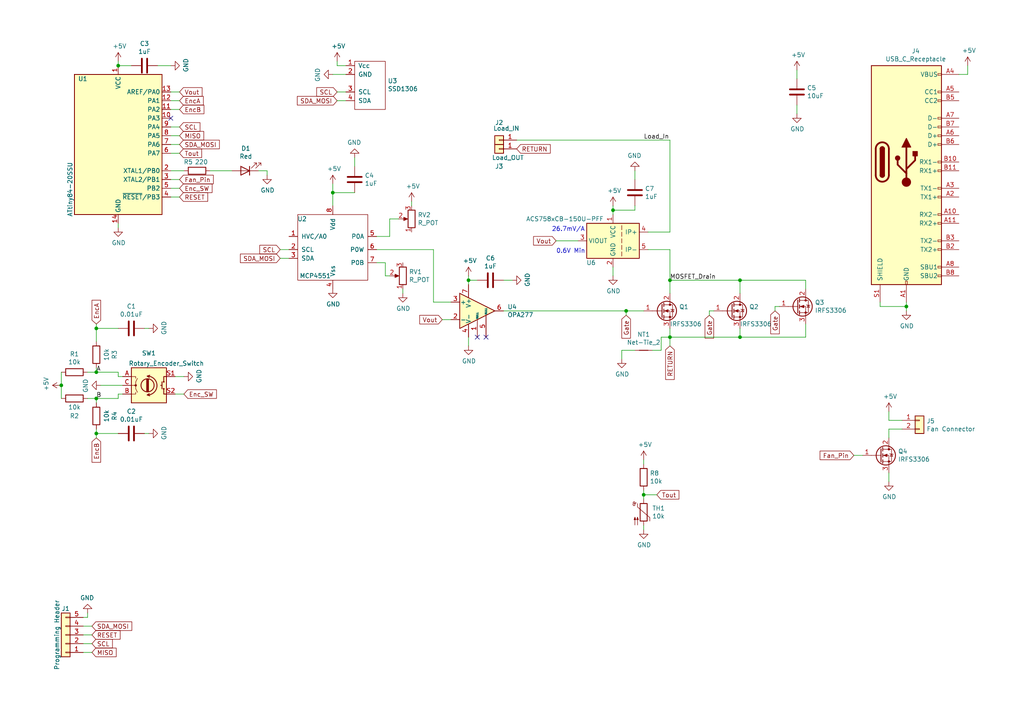
<source format=kicad_sch>
(kicad_sch (version 20220622) (generator eeschema)
  (paper "A4")
  (lib_symbols
    (symbol "Amplifier_Operational:LM741" (pin_names (offset 0.127))
      (property "Reference" "U" (at 0 6.35 0))
      (property "Value" "LM741" (at 0 3.81 0))
      (symbol "LM741_0_1"
        (polyline (pts (xy -5.08 5.08) (xy 5.08 0) (xy -5.08 -5.08) (xy -5.08 5.08)) (stroke (width 0.254)) (fill (type background)))
      )
      (symbol "LM741_1_1"
        (pin input line (at 0 -7.62 90) (length 5.08) (name "NULL") (number "1"))
        (pin input line (at -7.62 -2.54 0) (length 2.54) (name "-") (number "2"))
        (pin input line (at -7.62 2.54 0) (length 2.54) (name "+") (number "3"))
        (pin power_in line (at -2.54 -7.62 90) (length 3.81) (name "V-") (number "4"))
        (pin input line (at 2.54 -7.62 90) (length 6.35) (name "NULL") (number "5"))
        (pin output line (at 7.62 0 180) (length 2.54) (name "~") (number "6"))
        (pin power_in line (at -2.54 7.62 270) (length 3.81) (name "V+") (number "7"))
        (pin no_connect line (at 0 2.54 270) (length 2.54) hide (name "NC") (number "8"))
      )
    )
    (symbol "Connector:USB_C_Receptacle" (pin_names (offset 1.016))
      (property "Reference" "J" (at -10.16 29.21 0))
      (property "Value" "USB_C_Receptacle" (at 10.16 29.21 0))
      (symbol "USB_C_Receptacle_0_0"
        (rectangle (start -0.254 -35.56) (end 0.254 -34.544))
        (rectangle (start 10.16 -32.766) (end 9.144 -33.274))
        (rectangle (start 10.16 -30.226) (end 9.144 -30.734))
        (rectangle (start 10.16 -25.146) (end 9.144 -25.654))
        (rectangle (start 10.16 -22.606) (end 9.144 -23.114))
        (rectangle (start 10.16 -17.526) (end 9.144 -18.034))
        (rectangle (start 10.16 -14.986) (end 9.144 -15.494))
        (rectangle (start 10.16 -9.906) (end 9.144 -10.414))
        (rectangle (start 10.16 -7.366) (end 9.144 -7.874))
        (rectangle (start 10.16 -2.286) (end 9.144 -2.794))
        (rectangle (start 10.16 0.254) (end 9.144 -0.254))
        (rectangle (start 10.16 5.334) (end 9.144 4.826))
        (rectangle (start 10.16 7.874) (end 9.144 7.366))
        (rectangle (start 10.16 10.414) (end 9.144 9.906))
        (rectangle (start 10.16 12.954) (end 9.144 12.446))
        (rectangle (start 10.16 18.034) (end 9.144 17.526))
        (rectangle (start 10.16 20.574) (end 9.144 20.066))
        (rectangle (start 10.16 25.654) (end 9.144 25.146))
      )
      (symbol "USB_C_Receptacle_0_1"
        (rectangle (start -10.16 27.94) (end 10.16 -35.56) (stroke (width 0.254)) (fill (type background)))
        (arc (start -8.89 -3.81) (mid -6.985 -5.715) (end -5.08 -3.81) (stroke (width 0.508)))
        (arc (start -7.62 -3.81) (mid -6.985 -4.445) (end -6.35 -3.81) (stroke (width 0.254)))
        (arc (start -7.62 -3.81) (mid -6.985 -4.445) (end -6.35 -3.81) (stroke (width 0.254)) (fill (type outline)))
        (rectangle (start -7.62 -3.81) (end -6.35 3.81) (stroke (width 0.254)) (fill (type outline)))
        (arc (start -6.35 3.81) (mid -6.985 4.445) (end -7.62 3.81) (stroke (width 0.254)))
        (arc (start -6.35 3.81) (mid -6.985 4.445) (end -7.62 3.81) (stroke (width 0.254)) (fill (type outline)))
        (arc (start -5.08 3.81) (mid -6.985 5.715) (end -8.89 3.81) (stroke (width 0.508)))
        (polyline (pts (xy -8.89 -3.81) (xy -8.89 3.81)) (stroke (width 0.508)))
        (polyline (pts (xy -5.08 3.81) (xy -5.08 -3.81)) (stroke (width 0.508)))
      )
      (symbol "USB_C_Receptacle_1_1"
        (circle (center -2.54 1.143) (radius 0.635) (stroke (width 0.254)) (fill (type outline)))
        (circle (center 0 -5.842) (radius 1.27) (fill (type outline)))
        (polyline (pts (xy 0 -5.842) (xy 0 4.318)) (stroke (width 0.508)))
        (polyline (pts (xy 0 -3.302) (xy -2.54 -0.762) (xy -2.54 0.508)) (stroke (width 0.508)))
        (polyline (pts (xy 0 -2.032) (xy 2.54 0.508) (xy 2.54 1.778)) (stroke (width 0.508)))
        (polyline (pts (xy -1.27 4.318) (xy 0 6.858) (xy 1.27 4.318) (xy -1.27 4.318)) (stroke (width 0.254)) (fill (type outline)))
        (rectangle (start 1.905 1.778) (end 3.175 3.048) (stroke (width 0.254)) (fill (type outline)))
        (pin passive line (at 0 -40.64 90) (length 5.08) (name "GND") (number "A1"))
        (pin bidirectional line (at 15.24 -15.24 180) (length 5.08) (name "RX2-") (number "A10"))
        (pin bidirectional line (at 15.24 -17.78 180) (length 5.08) (name "RX2+") (number "A11"))
        (pin passive line (at 0 -40.64 90) (length 5.08) hide (name "GND") (number "A12"))
        (pin bidirectional line (at 15.24 -10.16 180) (length 5.08) (name "TX1+") (number "A2"))
        (pin bidirectional line (at 15.24 -7.62 180) (length 5.08) (name "TX1-") (number "A3"))
        (pin passive line (at 15.24 25.4 180) (length 5.08) (name "VBUS") (number "A4"))
        (pin bidirectional line (at 15.24 20.32 180) (length 5.08) (name "CC1") (number "A5"))
        (pin bidirectional line (at 15.24 7.62 180) (length 5.08) (name "D+") (number "A6"))
        (pin bidirectional line (at 15.24 12.7 180) (length 5.08) (name "D-") (number "A7"))
        (pin bidirectional line (at 15.24 -30.48 180) (length 5.08) (name "SBU1") (number "A8"))
        (pin passive line (at 15.24 25.4 180) (length 5.08) hide (name "VBUS") (number "A9"))
        (pin passive line (at 0 -40.64 90) (length 5.08) hide (name "GND") (number "B1"))
        (pin bidirectional line (at 15.24 0 180) (length 5.08) (name "RX1-") (number "B10"))
        (pin bidirectional line (at 15.24 -2.54 180) (length 5.08) (name "RX1+") (number "B11"))
        (pin passive line (at 0 -40.64 90) (length 5.08) hide (name "GND") (number "B12"))
        (pin bidirectional line (at 15.24 -25.4 180) (length 5.08) (name "TX2+") (number "B2"))
        (pin bidirectional line (at 15.24 -22.86 180) (length 5.08) (name "TX2-") (number "B3"))
        (pin passive line (at 15.24 25.4 180) (length 5.08) hide (name "VBUS") (number "B4"))
        (pin bidirectional line (at 15.24 17.78 180) (length 5.08) (name "CC2") (number "B5"))
        (pin bidirectional line (at 15.24 5.08 180) (length 5.08) (name "D+") (number "B6"))
        (pin bidirectional line (at 15.24 10.16 180) (length 5.08) (name "D-") (number "B7"))
        (pin bidirectional line (at 15.24 -33.02 180) (length 5.08) (name "SBU2") (number "B8"))
        (pin passive line (at 15.24 25.4 180) (length 5.08) hide (name "VBUS") (number "B9"))
        (pin passive line (at -7.62 -40.64 90) (length 5.08) (name "SHIELD") (number "S1"))
      )
    )
    (symbol "Connector_Generic:Conn_01x01" (pin_names (offset 1.016) hide)
      (property "Reference" "J" (at 0 2.54 0))
      (property "Value" "Conn_01x01" (at 0 -2.54 0))
      (symbol "Conn_01x01_1_1"
        (rectangle (start -1.27 0.127) (end 0 -0.127) (stroke (width 0.1524)))
        (rectangle (start -1.27 1.27) (end 1.27 -1.27) (stroke (width 0.254)) (fill (type background)))
        (pin passive line (at -5.08 0 0) (length 3.81) (name "Pin_1") (number "1"))
      )
    )
    (symbol "Connector_Generic:Conn_01x02" (pin_names (offset 1.016) hide)
      (property "Reference" "J" (at 0 2.54 0))
      (property "Value" "Conn_01x02" (at 0 -5.08 0))
      (symbol "Conn_01x02_1_1"
        (rectangle (start -1.27 -2.413) (end 0 -2.667) (stroke (width 0.1524)))
        (rectangle (start -1.27 0.127) (end 0 -0.127) (stroke (width 0.1524)))
        (rectangle (start -1.27 1.27) (end 1.27 -3.81) (stroke (width 0.254)) (fill (type background)))
        (pin passive line (at -5.08 0 0) (length 3.81) (name "Pin_1") (number "1"))
        (pin passive line (at -5.08 -2.54 0) (length 3.81) (name "Pin_2") (number "2"))
      )
    )
    (symbol "Connector_Generic:Conn_01x05" (pin_names (offset 1.016) hide)
      (property "Reference" "J" (at 0 7.62 0))
      (property "Value" "Conn_01x05" (at 0 -7.62 0))
      (symbol "Conn_01x05_1_1"
        (rectangle (start -1.27 -4.953) (end 0 -5.207) (stroke (width 0.1524)))
        (rectangle (start -1.27 -2.413) (end 0 -2.667) (stroke (width 0.1524)))
        (rectangle (start -1.27 0.127) (end 0 -0.127) (stroke (width 0.1524)))
        (rectangle (start -1.27 2.667) (end 0 2.413) (stroke (width 0.1524)))
        (rectangle (start -1.27 5.207) (end 0 4.953) (stroke (width 0.1524)))
        (rectangle (start -1.27 6.35) (end 1.27 -6.35) (stroke (width 0.254)) (fill (type background)))
        (pin passive line (at -5.08 5.08 0) (length 3.81) (name "Pin_1") (number "1"))
        (pin passive line (at -5.08 2.54 0) (length 3.81) (name "Pin_2") (number "2"))
        (pin passive line (at -5.08 0 0) (length 3.81) (name "Pin_3") (number "3"))
        (pin passive line (at -5.08 -2.54 0) (length 3.81) (name "Pin_4") (number "4"))
        (pin passive line (at -5.08 -5.08 0) (length 3.81) (name "Pin_5") (number "5"))
      )
    )
    (symbol "Device:C" (pin_numbers hide) (pin_names (offset 0.254))
      (property "Reference" "C" (at 0.635 2.54 0))
      (property "Value" "C" (at 0.635 -2.54 0))
      (symbol "C_0_1"
        (polyline (pts (xy -2.032 -0.762) (xy 2.032 -0.762)) (stroke (width 0.508)))
        (polyline (pts (xy -2.032 0.762) (xy 2.032 0.762)) (stroke (width 0.508)))
      )
      (symbol "C_1_1"
        (pin passive line (at 0 3.81 270) (length 2.794) (name "~") (number "1"))
        (pin passive line (at 0 -3.81 90) (length 2.794) (name "~") (number "2"))
      )
    )
    (symbol "Device:LED" (pin_numbers hide) (pin_names (offset 1.016) hide)
      (property "Reference" "D" (at 0 2.54 0))
      (property "Value" "LED" (at 0 -2.54 0))
      (symbol "LED_0_1"
        (polyline (pts (xy -1.27 -1.27) (xy -1.27 1.27)) (stroke (width 0.254)))
        (polyline (pts (xy -1.27 0) (xy 1.27 0)))
        (polyline (pts (xy 1.27 -1.27) (xy 1.27 1.27) (xy -1.27 0) (xy 1.27 -1.27)) (stroke (width 0.254)))
        (polyline (pts (xy -3.048 -0.762) (xy -4.572 -2.286) (xy -3.81 -2.286) (xy -4.572 -2.286) (xy -4.572 -1.524)))
        (polyline (pts (xy -1.778 -0.762) (xy -3.302 -2.286) (xy -2.54 -2.286) (xy -3.302 -2.286) (xy -3.302 -1.524)))
      )
      (symbol "LED_1_1"
        (pin passive line (at -3.81 0 0) (length 2.54) (name "K") (number "1"))
        (pin passive line (at 3.81 0 180) (length 2.54) (name "A") (number "2"))
      )
    )
    (symbol "Device:R" (pin_numbers hide) (pin_names (offset 0))
      (property "Reference" "R" (at 2.032 0 90))
      (property "Value" "R" (at 0 0 90))
      (symbol "R_0_1"
        (rectangle (start -1.016 -2.54) (end 1.016 2.54) (stroke (width 0.254)))
      )
      (symbol "R_1_1"
        (pin passive line (at 0 3.81 270) (length 1.27) (name "~") (number "1"))
        (pin passive line (at 0 -3.81 90) (length 1.27) (name "~") (number "2"))
      )
    )
    (symbol "Device:Thermistor_PTC" (pin_numbers hide) (pin_names (offset 0))
      (property "Reference" "TH" (at -4.064 0 90))
      (property "Value" "Thermistor_PTC" (at 3.048 0 90))
      (symbol "Thermistor_PTC_0_1"
        (arc (start -3.048 2.159) (mid -3.0495 2.3143) (end -3.175 2.413))
        (arc (start -3.048 2.159) (mid -2.9736 1.9794) (end -2.794 1.905))
        (arc (start -3.048 2.794) (mid -2.9736 2.6144) (end -2.794 2.54))
        (arc (start -2.794 1.905) (mid -2.6144 1.9794) (end -2.54 2.159))
        (arc (start -2.794 2.54) (mid -2.4393 2.5587) (end -2.159 2.794))
        (arc (start -2.794 3.048) (mid -2.9736 2.9736) (end -3.048 2.794))
        (arc (start -2.54 2.794) (mid -2.6144 2.9736) (end -2.794 3.048))
        (rectangle (start -1.016 2.54) (end 1.016 -2.54) (stroke (width 0.254)))
        (polyline (pts (xy -2.54 2.159) (xy -2.54 2.794)))
        (polyline (pts (xy -1.778 2.54) (xy -1.778 1.524) (xy 1.778 -1.524) (xy 1.778 -2.54)))
        (polyline (pts (xy -2.54 -3.683) (xy -2.54 -1.397) (xy -2.794 -2.159) (xy -2.286 -2.159) (xy -2.54 -1.397) (xy -2.54 -1.651)) (fill (type outline)))
        (polyline (pts (xy -1.778 -3.683) (xy -1.778 -1.397) (xy -2.032 -2.159) (xy -1.524 -2.159) (xy -1.778 -1.397) (xy -1.778 -1.651)) (fill (type outline)))
      )
      (symbol "Thermistor_PTC_1_1"
        (pin passive line (at 0 3.81 270) (length 1.27) (name "~") (number "1"))
        (pin passive line (at 0 -3.81 90) (length 1.27) (name "~") (number "2"))
      )
    )
    (symbol "Electronic Load:MCP4551" (pin_names (offset 1.016))
      (property "Reference" "U" (at -5.08 -2.54 0))
      (property "Value" "MCP4551" (at 3.81 -11.43 0))
      (symbol "MCP4551_0_1"
        (rectangle (start -6.35 -1.27) (end 13.97 -20.32))
      )
      (symbol "MCP4551_1_1"
        (pin input line (at -8.89 -7.62 0) (length 2.54) (name "HVC/A0") (number "1"))
        (pin open_collector line (at -8.89 -11.43 0) (length 2.54) (name "SCL") (number "2"))
        (pin open_collector line (at -8.89 -13.97 0) (length 2.54) (name "SDA") (number "3"))
        (pin power_in line (at 3.81 -22.86 90) (length 2.54) (name "Vss") (number "4"))
        (pin power_in line (at 16.51 -7.62 180) (length 2.54) (name "P0A") (number "5"))
        (pin output line (at 16.51 -11.43 180) (length 2.54) (name "P0W") (number "6"))
        (pin power_in line (at 16.51 -15.24 180) (length 2.54) (name "P0B") (number "7"))
        (pin power_in line (at 3.81 1.27 270) (length 2.54) (name "Vdd") (number "8"))
      )
    )
    (symbol "Electronic Load:SSD1306" (pin_names (offset 1.016))
      (property "Reference" "U" (at 0 0 0))
      (property "Value" "SSD1306" (at 0 -2.54 0))
      (symbol "SSD1306_0_1"
        (rectangle (start -3.81 -5.08) (end 5.08 -19.05))
      )
      (symbol "SSD1306_1_1"
        (pin power_in line (at -6.35 -6.35 0) (length 2.54) (name "Vcc") (number "1"))
        (pin power_in line (at -6.35 -8.89 0) (length 2.54) (name "GND") (number "2"))
        (pin open_collector line (at -6.35 -13.97 0) (length 2.54) (name "SCL") (number "3"))
        (pin open_collector line (at -6.35 -16.51 0) (length 2.54) (name "SDA") (number "4"))
      )
    )
    (symbol "Electronic-Load-rescue:ATtiny84-20SSU-MCU_Microchip_ATtiny"
      (property "Reference" "U" (at -12.7 21.59 0))
      (property "Value" "ATtiny84-20SSU-MCU_Microchip_ATtiny" (at 2.54 -21.59 0))
      (symbol "ATtiny84-20SSU-MCU_Microchip_ATtiny_0_1"
        (rectangle (start -12.7 -20.32) (end 12.7 20.32) (stroke (width 0.254)) (fill (type background)))
      )
      (symbol "ATtiny84-20SSU-MCU_Microchip_ATtiny_1_1"
        (pin power_in line (at 0 22.86 270) (length 2.54) (name "VCC") (number "1"))
        (pin bidirectional line (at 15.24 7.62 180) (length 2.54) (name "PA3") (number "10"))
        (pin bidirectional line (at 15.24 10.16 180) (length 2.54) (name "PA2") (number "11"))
        (pin bidirectional line (at 15.24 12.7 180) (length 2.54) (name "PA1") (number "12"))
        (pin bidirectional line (at 15.24 15.24 180) (length 2.54) (name "AREF/PA0") (number "13"))
        (pin power_in line (at 0 -22.86 90) (length 2.54) (name "GND") (number "14"))
        (pin bidirectional line (at 15.24 -7.62 180) (length 2.54) (name "XTAL1/PB0") (number "2"))
        (pin bidirectional line (at 15.24 -10.16 180) (length 2.54) (name "XTAL2/PB1") (number "3"))
        (pin bidirectional line (at 15.24 -15.24 180) (length 2.54) (name "~{RESET}/PB3") (number "4"))
        (pin bidirectional line (at 15.24 -12.7 180) (length 2.54) (name "PB2") (number "5"))
        (pin bidirectional line (at 15.24 -2.54 180) (length 2.54) (name "PA7") (number "6"))
        (pin bidirectional line (at 15.24 0 180) (length 2.54) (name "PA6") (number "7"))
        (pin bidirectional line (at 15.24 2.54 180) (length 2.54) (name "PA5") (number "8"))
        (pin bidirectional line (at 15.24 5.08 180) (length 2.54) (name "PA4") (number "9"))
      )
    )
    (symbol "Electronic-Load-rescue:Net-Tie_2-Device" (pin_numbers hide) (pin_names (offset 0) hide)
      (property "Reference" "NT" (at 0 1.27 0))
      (property "Value" "Net-Tie_2-Device" (at 0 -1.27 0))
      (symbol "Net-Tie_2-Device_0_1"
        (polyline (pts (xy -1.27 0) (xy 1.27 0)) (stroke (width 0.254)))
      )
      (symbol "Net-Tie_2-Device_1_1"
        (pin passive line (at -2.54 0 0) (length 2.54) (name "1") (number "1"))
        (pin passive line (at 2.54 0 180) (length 2.54) (name "2") (number "2"))
      )
    )
    (symbol "Electronic-Load-rescue:R_POT-Device" (pin_names (offset 1.016) hide)
      (property "Reference" "RV" (at -4.445 0 90))
      (property "Value" "R_POT-Device" (at -2.54 0 90))
      (symbol "R_POT-Device_0_1"
        (polyline (pts (xy 2.54 0) (xy 1.524 0)))
        (polyline (pts (xy 1.143 0) (xy 2.286 0.508) (xy 2.286 -0.508) (xy 1.143 0)) (fill (type outline)))
        (rectangle (start 1.016 2.54) (end -1.016 -2.54) (stroke (width 0.254)))
      )
      (symbol "R_POT-Device_1_1"
        (pin passive line (at 0 3.81 270) (length 1.27) (name "1") (number "1"))
        (pin passive line (at 3.81 0 180) (length 1.27) (name "2") (number "2"))
        (pin passive line (at 0 -3.81 90) (length 1.27) (name "3") (number "3"))
      )
    )
    (symbol "Electronic-Load-rescue:Rotary_Encoder_Switch-Device" (pin_names (offset 0.254) hide)
      (property "Reference" "SW" (at 0 6.604 0))
      (property "Value" "Rotary_Encoder_Switch-Device" (at 0 -6.604 0))
      (symbol "Rotary_Encoder_Switch-Device_0_1"
        (rectangle (start -5.08 5.08) (end 5.08 -5.08) (stroke (width 0.254)) (fill (type background)))
        (circle (center -3.81 0) (radius 0.254) (fill (type outline)))
        (arc (start -0.381 -2.794) (mid 2.3376 -0.0635) (end -0.381 2.667) (stroke (width 0.254)))
        (circle (center -0.381 0) (radius 1.905) (stroke (width 0.254)))
        (polyline (pts (xy -0.635 -1.778) (xy -0.635 1.778)) (stroke (width 0.254)))
        (polyline (pts (xy -0.381 -1.778) (xy -0.381 1.778)) (stroke (width 0.254)))
        (polyline (pts (xy -0.127 1.778) (xy -0.127 -1.778)) (stroke (width 0.254)))
        (polyline (pts (xy 3.81 0) (xy 3.429 0)) (stroke (width 0.254)))
        (polyline (pts (xy 3.81 1.016) (xy 3.81 -1.016)) (stroke (width 0.254)))
        (polyline (pts (xy -5.08 -2.54) (xy -3.81 -2.54) (xy -3.81 -2.032)))
        (polyline (pts (xy -5.08 2.54) (xy -3.81 2.54) (xy -3.81 2.032)))
        (polyline (pts (xy 0.254 -3.048) (xy -0.508 -2.794) (xy 0.127 -2.413)) (stroke (width 0.254)))
        (polyline (pts (xy 0.254 2.921) (xy -0.508 2.667) (xy 0.127 2.286)) (stroke (width 0.254)))
        (polyline (pts (xy 5.08 -2.54) (xy 4.318 -2.54) (xy 4.318 -1.016)) (stroke (width 0.254)))
        (polyline (pts (xy 5.08 2.54) (xy 4.318 2.54) (xy 4.318 1.016)) (stroke (width 0.254)))
        (polyline (pts (xy -5.08 0) (xy -3.81 0) (xy -3.81 -1.016) (xy -3.302 -2.032)))
        (polyline (pts (xy -4.318 0) (xy -3.81 0) (xy -3.81 1.016) (xy -3.302 2.032)))
        (circle (center 4.318 -1.016) (radius 0.127) (stroke (width 0.254)))
        (circle (center 4.318 1.016) (radius 0.127) (stroke (width 0.254)))
      )
      (symbol "Rotary_Encoder_Switch-Device_1_1"
        (pin passive line (at -7.62 2.54 0) (length 2.54) (name "A") (number "A"))
        (pin passive line (at -7.62 -2.54 0) (length 2.54) (name "B") (number "B"))
        (pin passive line (at -7.62 0 0) (length 2.54) (name "C") (number "C"))
        (pin passive line (at 7.62 2.54 180) (length 2.54) (name "S1") (number "S1"))
        (pin passive line (at 7.62 -2.54 180) (length 2.54) (name "S2") (number "S2"))
      )
    )
    (symbol "Sensor_Current:ACS758xCB-150U-PFF"
      (property "Reference" "U" (at -7.62 6.35 0))
      (property "Value" "ACS758xCB-150U-PFF" (at 2.54 6.35 0))
      (symbol "ACS758xCB-150U-PFF_0_1"
        (rectangle (start -7.62 5.08) (end 7.62 -5.08) (stroke (width 0.254)) (fill (type background)))
        (polyline (pts (xy -2.54 -3.175) (xy -2.54 -4.445)))
        (polyline (pts (xy -2.54 -1.27) (xy -2.54 -2.54)))
        (polyline (pts (xy -2.54 0.635) (xy -2.54 -0.635)))
        (polyline (pts (xy -2.54 1.27) (xy -2.54 2.54)))
        (polyline (pts (xy -2.54 3.175) (xy -2.54 4.445)))
      )
      (symbol "ACS758xCB-150U-PFF_1_1"
        (pin power_in line (at 0 7.62 270) (length 2.54) (name "VCC") (number "1"))
        (pin power_in line (at 0 -7.62 90) (length 2.54) (name "GND") (number "2"))
        (pin output line (at 10.16 0 180) (length 2.54) (name "VIOUT") (number "3"))
        (pin passive line (at -10.16 2.54 0) (length 2.54) (name "IP+") (number "4"))
        (pin passive line (at -10.16 -2.54 0) (length 2.54) (name "IP-") (number "5"))
      )
    )
    (symbol "Transistor_FET:IRFS4115" (pin_names hide)
      (property "Reference" "Q" (at 5.08 1.905 0))
      (property "Value" "IRFS4115" (at 5.08 0 0))
      (symbol "IRFS4115_0_1"
        (polyline (pts (xy 0.254 0) (xy -2.54 0)))
        (polyline (pts (xy 0.254 1.905) (xy 0.254 -1.905)) (stroke (width 0.254)))
        (polyline (pts (xy 0.762 -1.27) (xy 0.762 -2.286)) (stroke (width 0.254)))
        (polyline (pts (xy 0.762 0.508) (xy 0.762 -0.508)) (stroke (width 0.254)))
        (polyline (pts (xy 0.762 2.286) (xy 0.762 1.27)) (stroke (width 0.254)))
        (polyline (pts (xy 2.54 2.54) (xy 2.54 1.778)))
        (polyline (pts (xy 2.54 -2.54) (xy 2.54 0) (xy 0.762 0)))
        (polyline (pts (xy 0.762 -1.778) (xy 3.302 -1.778) (xy 3.302 1.778) (xy 0.762 1.778)))
        (polyline (pts (xy 1.016 0) (xy 2.032 0.381) (xy 2.032 -0.381) (xy 1.016 0)) (fill (type outline)))
        (polyline (pts (xy 2.794 0.508) (xy 2.921 0.381) (xy 3.683 0.381) (xy 3.81 0.254)))
        (polyline (pts (xy 3.302 0.381) (xy 2.921 -0.254) (xy 3.683 -0.254) (xy 3.302 0.381)))
        (circle (center 1.651 0) (radius 2.794) (stroke (width 0.254)))
        (circle (center 2.54 -1.778) (radius 0.254) (fill (type outline)))
        (circle (center 2.54 1.778) (radius 0.254) (fill (type outline)))
      )
      (symbol "IRFS4115_1_1"
        (pin passive line (at -5.08 0 0) (length 2.54) (name "G") (number "1"))
        (pin passive line (at 2.54 5.08 270) (length 2.54) (name "D") (number "2"))
        (pin passive line (at 2.54 -5.08 90) (length 2.54) (name "S") (number "3"))
      )
    )
    (symbol "power:+5V" (power) (pin_names (offset 0))
      (property "Value" "+5V" (at 0 3.556 0))
      (symbol "+5V_0_1"
        (polyline (pts (xy -0.762 1.27) (xy 0 2.54)))
        (polyline (pts (xy 0 0) (xy 0 2.54)))
        (polyline (pts (xy 0 2.54) (xy 0.762 1.27)))
      )
      (symbol "+5V_1_1"
        (pin power_in line (at 0 0 90) (length 0) hide (name "+5V") (number "1"))
      )
    )
    (symbol "power:GND" (power) (pin_names (offset 0))
      (property "Value" "GND" (at 0 -3.81 0))
      (symbol "GND_0_1"
        (polyline (pts (xy 0 0) (xy 0 -1.27) (xy 1.27 -1.27) (xy 0 -2.54) (xy -1.27 -1.27) (xy 0 -1.27)))
      )
      (symbol "GND_1_1"
        (pin power_in line (at 0 0 270) (length 0) hide (name "GND") (number "1"))
      )
    )
  )
  (junction (at 27.94 115.57))
  (junction (at 135.89 81.28))
  (junction (at 34.29 19.05))
  (junction (at 186.69 143.51))
  (junction (at 194.31 97.79))
  (junction (at 214.63 97.79))
  (junction (at 27.94 125.73))
  (junction (at 262.89 88.9))
  (junction (at 181.61 90.17))
  (junction (at 214.63 81.28))
  (junction (at 194.31 81.28))
  (junction (at 17.78 111.76))
  (junction (at 27.94 107.95))
  (junction (at 96.52 55.88))
  (junction (at 27.94 95.25))
  (junction (at 177.8 60.96))
  (no_connect (at 138.43 97.79))
  (no_connect (at 140.97 97.79))
  (no_connect (at 49.53 34.29))
  (wire (pts (xy 50.8 109.22) (xy 53.34 109.22)))
  (wire (pts (xy 25.4 107.95) (xy 27.94 107.95)))
  (wire (pts (xy 125.73 72.39) (xy 125.73 87.63)))
  (wire (pts (xy 34.29 109.22) (xy 34.29 107.95)))
  (wire (pts (xy 27.94 116.84) (xy 27.94 115.57)))
  (wire (pts (xy 186.69 142.24) (xy 186.69 143.51)))
  (wire (pts (xy 231.14 20.32) (xy 231.14 22.86)))
  (wire (pts (xy 41.91 125.73) (xy 43.18 125.73)))
  (wire (pts (xy 49.53 29.21) (xy 52.07 29.21)))
  (wire (pts (xy 247.65 132.08) (xy 250.19 132.08)))
  (wire (pts (xy 184.15 59.69) (xy 184.15 60.96)))
  (wire (pts (xy 83.82 74.93) (xy 81.28 74.93)))
  (wire (pts (xy 257.81 119.38) (xy 257.81 121.92)))
  (wire (pts (xy 181.61 91.44) (xy 181.61 90.17)))
  (wire (pts (xy 278.13 21.59) (xy 280.67 21.59)))
  (wire (pts (xy 194.31 81.28) (xy 194.31 85.09)))
  (wire (pts (xy 261.62 124.46) (xy 257.81 124.46)))
  (wire (pts (xy 194.31 95.25) (xy 194.31 97.79)))
  (wire (pts (xy 49.53 49.53) (xy 53.34 49.53)))
  (wire (pts (xy 191.77 97.79) (xy 194.31 97.79)))
  (wire (pts (xy 194.31 40.64) (xy 194.31 67.31)))
  (wire (pts (xy 29.21 111.76) (xy 35.56 111.76)))
  (wire (pts (xy 96.52 55.88) (xy 96.52 53.34)))
  (wire (pts (xy 177.8 60.96) (xy 177.8 62.23)))
  (wire (pts (xy 214.63 97.79) (xy 233.68 97.79)))
  (wire (pts (xy 194.31 97.79) (xy 214.63 97.79)))
  (wire (pts (xy 97.79 26.67) (xy 100.33 26.67)))
  (wire (pts (xy 25.4 177.8) (xy 25.4 179.07)))
  (wire (pts (xy 224.79 88.9) (xy 224.79 90.17)))
  (wire (pts (xy 97.79 19.05) (xy 100.33 19.05)))
  (wire (pts (xy 111.76 80.01) (xy 113.03 80.01)))
  (wire (pts (xy 102.87 45.72) (xy 102.87 48.26)))
  (wire (pts (xy 109.22 76.2) (xy 111.76 76.2)))
  (wire (pts (xy 184.15 101.6) (xy 180.34 101.6)))
  (wire (pts (xy 190.5 143.51) (xy 186.69 143.51)))
  (wire (pts (xy 45.72 19.05) (xy 49.53 19.05)))
  (wire (pts (xy 135.89 80.01) (xy 135.89 81.28)))
  (wire (pts (xy 50.8 114.3) (xy 53.34 114.3)))
  (wire (pts (xy 257.81 121.92) (xy 261.62 121.92)))
  (wire (pts (xy 52.07 41.91) (xy 49.53 41.91)))
  (wire (pts (xy 17.78 111.76) (xy 17.78 107.95)))
  (wire (pts (xy 184.15 49.53) (xy 184.15 52.07)))
  (wire (pts (xy 74.93 49.53) (xy 77.47 49.53)))
  (wire (pts (xy 233.68 83.82) (xy 233.68 81.28)))
  (wire (pts (xy 233.68 93.98) (xy 233.68 97.79)))
  (wire (pts (xy 26.67 189.23) (xy 24.13 189.23)))
  (wire (pts (xy 125.73 87.63) (xy 130.81 87.63)))
  (wire (pts (xy 49.53 26.67) (xy 52.07 26.67)))
  (wire (pts (xy 255.27 87.63) (xy 255.27 88.9)))
  (wire (pts (xy 24.13 181.61) (xy 26.67 181.61)))
  (wire (pts (xy 184.15 60.96) (xy 177.8 60.96)))
  (wire (pts (xy 186.69 152.4) (xy 186.69 153.67)))
  (wire (pts (xy 34.29 64.77) (xy 34.29 66.04)))
  (wire (pts (xy 149.86 40.64) (xy 194.31 40.64)))
  (wire (pts (xy 257.81 124.46) (xy 257.81 127)))
  (wire (pts (xy 191.77 101.6) (xy 191.77 97.79)))
  (wire (pts (xy 214.63 85.09) (xy 214.63 81.28)))
  (wire (pts (xy 187.96 72.39) (xy 194.31 72.39)))
  (wire (pts (xy 49.53 54.61) (xy 52.07 54.61)))
  (wire (pts (xy 194.31 81.28) (xy 214.63 81.28)))
  (wire (pts (xy 207.01 90.17) (xy 205.74 90.17)))
  (wire (pts (xy 34.29 17.78) (xy 34.29 19.05)))
  (wire (pts (xy 26.67 184.15) (xy 24.13 184.15)))
  (wire (pts (xy 194.31 97.79) (xy 194.31 100.33)))
  (wire (pts (xy 180.34 101.6) (xy 180.34 104.14)))
  (wire (pts (xy 214.63 95.25) (xy 214.63 97.79)))
  (wire (pts (xy 128.27 92.71) (xy 130.81 92.71)))
  (wire (pts (xy 231.14 30.48) (xy 231.14 33.02)))
  (wire (pts (xy 41.91 95.25) (xy 43.18 95.25)))
  (wire (pts (xy 115.57 63.5) (xy 113.03 63.5)))
  (wire (pts (xy 49.53 39.37) (xy 52.07 39.37)))
  (wire (pts (xy 113.03 63.5) (xy 113.03 68.58)))
  (wire (pts (xy 49.53 44.45) (xy 52.07 44.45)))
  (wire (pts (xy 81.28 72.39) (xy 83.82 72.39)))
  (wire (pts (xy 161.29 69.85) (xy 167.64 69.85)))
  (wire (pts (xy 34.29 19.05) (xy 38.1 19.05)))
  (wire (pts (xy 146.05 90.17) (xy 181.61 90.17)))
  (wire (pts (xy 96.52 59.69) (xy 96.52 55.88)))
  (wire (pts (xy 280.67 21.59) (xy 280.67 19.05)))
  (wire (pts (xy 17.78 111.76) (xy 17.78 115.57)))
  (wire (pts (xy 49.53 36.83) (xy 52.07 36.83)))
  (wire (pts (xy 177.8 77.47) (xy 177.8 80.01)))
  (wire (pts (xy 255.27 88.9) (xy 262.89 88.9)))
  (wire (pts (xy 27.94 107.95) (xy 27.94 106.68)))
  (wire (pts (xy 27.94 93.98) (xy 27.94 95.25)))
  (wire (pts (xy 109.22 72.39) (xy 125.73 72.39)))
  (wire (pts (xy 116.84 83.82) (xy 116.84 85.09)))
  (wire (pts (xy 135.89 97.79) (xy 135.89 100.33)))
  (wire (pts (xy 35.56 114.3) (xy 34.29 114.3)))
  (wire (pts (xy 49.53 57.15) (xy 52.07 57.15)))
  (wire (pts (xy 27.94 107.95) (xy 34.29 107.95)))
  (wire (pts (xy 24.13 186.69) (xy 26.67 186.69)))
  (wire (pts (xy 146.05 81.28) (xy 148.59 81.28)))
  (wire (pts (xy 27.94 95.25) (xy 27.94 99.06)))
  (wire (pts (xy 194.31 67.31) (xy 187.96 67.31)))
  (wire (pts (xy 177.8 59.69) (xy 177.8 60.96)))
  (wire (pts (xy 34.29 95.25) (xy 27.94 95.25)))
  (wire (pts (xy 34.29 114.3) (xy 34.29 115.57)))
  (wire (pts (xy 262.89 87.63) (xy 262.89 88.9)))
  (wire (pts (xy 27.94 115.57) (xy 34.29 115.57)))
  (wire (pts (xy 135.89 81.28) (xy 135.89 82.55)))
  (wire (pts (xy 49.53 52.07) (xy 52.07 52.07)))
  (wire (pts (xy 27.94 125.73) (xy 27.94 124.46)))
  (wire (pts (xy 205.74 90.17) (xy 205.74 91.44)))
  (wire (pts (xy 102.87 55.88) (xy 96.52 55.88)))
  (wire (pts (xy 194.31 72.39) (xy 194.31 81.28)))
  (wire (pts (xy 77.47 49.53) (xy 77.47 50.8)))
  (wire (pts (xy 214.63 81.28) (xy 233.68 81.28)))
  (wire (pts (xy 262.89 88.9) (xy 262.89 90.17)))
  (wire (pts (xy 100.33 29.21) (xy 97.79 29.21)))
  (wire (pts (xy 257.81 137.16) (xy 257.81 139.7)))
  (wire (pts (xy 119.38 58.42) (xy 119.38 59.69)))
  (wire (pts (xy 60.96 49.53) (xy 67.31 49.53)))
  (wire (pts (xy 97.79 17.78) (xy 97.79 19.05)))
  (wire (pts (xy 25.4 179.07) (xy 24.13 179.07)))
  (wire (pts (xy 186.69 143.51) (xy 186.69 144.78)))
  (wire (pts (xy 35.56 109.22) (xy 34.29 109.22)))
  (wire (pts (xy 111.76 76.2) (xy 111.76 80.01)))
  (wire (pts (xy 27.94 125.73) (xy 34.29 125.73)))
  (wire (pts (xy 113.03 68.58) (xy 109.22 68.58)))
  (wire (pts (xy 189.23 101.6) (xy 191.77 101.6)))
  (wire (pts (xy 186.69 133.35) (xy 186.69 134.62)))
  (wire (pts (xy 181.61 90.17) (xy 186.69 90.17)))
  (wire (pts (xy 27.94 125.73) (xy 27.94 127)))
  (wire (pts (xy 49.53 31.75) (xy 52.07 31.75)))
  (wire (pts (xy 224.79 88.9) (xy 226.06 88.9)))
  (wire (pts (xy 100.33 21.59) (xy 96.52 21.59)))
  (wire (pts (xy 25.4 115.57) (xy 27.94 115.57)))
  (wire (pts (xy 138.43 81.28) (xy 135.89 81.28)))
  (text "0.6V Min" (at 161.29 73.66 0) (effects (font (size 1.27 1.27)) (justify left bottom)))
  (text "26.7mV/A" (at 160.02 67.31 0) (effects (font (size 1.27 1.27)) (justify left bottom)))
  (label "A" (at 27.94 107.95 0))
  (label "MOSFET_Drain" (at 194.31 81.28 0))
  (label "Load_In" (at 186.69 40.64 0))
  (label "B" (at 27.94 115.57 0))
  (global_label "Fan_Pin" (shape input) (at 247.65 132.08 180) (property "Intersheetrefs" "${INTERSHEET_REFS}" (effects hide)))
  (global_label "RESET" (shape input) (at 26.67 184.15 0) (property "Intersheetrefs" "${INTERSHEET_REFS}" (effects hide)))
  (global_label "Vout" (shape input) (at 161.29 69.85 180) (property "Intersheetrefs" "${INTERSHEET_REFS}" (effects hide)))
  (global_label "SDA_MOSI" (shape input) (at 97.79 29.21 180) (property "Intersheetrefs" "${INTERSHEET_REFS}" (effects hide)))
  (global_label "Enc_SW" (shape input) (at 52.07 54.61 0) (property "Intersheetrefs" "${INTERSHEET_REFS}" (effects hide)))
  (global_label "RESET" (shape input) (at 52.07 57.15 0) (property "Intersheetrefs" "${INTERSHEET_REFS}" (effects hide)))
  (global_label "SDA_MOSI" (shape input) (at 52.07 41.91 0) (property "Intersheetrefs" "${INTERSHEET_REFS}" (effects hide)))
  (global_label "EncB" (shape input) (at 52.07 31.75 0) (property "Intersheetrefs" "${INTERSHEET_REFS}" (effects hide)))
  (global_label "SCL" (shape input) (at 26.67 186.69 0) (property "Intersheetrefs" "${INTERSHEET_REFS}" (effects hide)))
  (global_label "Fan_Pin" (shape input) (at 52.07 52.07 0) (property "Intersheetrefs" "${INTERSHEET_REFS}" (effects hide)))
  (global_label "SDA_MOSI" (shape input) (at 81.28 74.93 180) (property "Intersheetrefs" "${INTERSHEET_REFS}" (effects hide)))
  (global_label "SCL" (shape input) (at 97.79 26.67 180) (property "Intersheetrefs" "${INTERSHEET_REFS}" (effects hide)))
  (global_label "EncA" (shape input) (at 27.94 93.98 90) (property "Intersheetrefs" "${INTERSHEET_REFS}" (effects hide)))
  (global_label "MISO" (shape input) (at 26.67 189.23 0) (property "Intersheetrefs" "${INTERSHEET_REFS}" (effects hide)))
  (global_label "EncA" (shape input) (at 52.07 29.21 0) (property "Intersheetrefs" "${INTERSHEET_REFS}" (effects hide)))
  (global_label "Vout" (shape input) (at 52.07 26.67 0) (property "Intersheetrefs" "${INTERSHEET_REFS}" (effects hide)))
  (global_label "Enc_SW" (shape input) (at 53.34 114.3 0) (property "Intersheetrefs" "${INTERSHEET_REFS}" (effects hide)))
  (global_label "MISO" (shape input) (at 52.07 39.37 0) (property "Intersheetrefs" "${INTERSHEET_REFS}" (effects hide)))
  (global_label "RETURN" (shape input) (at 194.31 100.33 270) (property "Intersheetrefs" "${INTERSHEET_REFS}" (effects hide)))
  (global_label "SDA_MOSI" (shape input) (at 26.67 181.61 0) (property "Intersheetrefs" "${INTERSHEET_REFS}" (effects hide)))
  (global_label "SCL" (shape input) (at 81.28 72.39 180) (property "Intersheetrefs" "${INTERSHEET_REFS}" (effects hide)))
  (global_label "SCL" (shape input) (at 52.07 36.83 0) (property "Intersheetrefs" "${INTERSHEET_REFS}" (effects hide)))
  (global_label "Gate" (shape input) (at 224.79 90.17 270) (property "Intersheetrefs" "${INTERSHEET_REFS}" (effects hide)))
  (global_label "Tout" (shape input) (at 52.07 44.45 0) (property "Intersheetrefs" "${INTERSHEET_REFS}" (effects hide)))
  (global_label "Gate" (shape input) (at 205.74 91.44 270) (property "Intersheetrefs" "${INTERSHEET_REFS}" (effects hide)))
  (global_label "Vout" (shape input) (at 128.27 92.71 180) (property "Intersheetrefs" "${INTERSHEET_REFS}" (effects hide)))
  (global_label "EncB" (shape input) (at 27.94 127 270) (property "Intersheetrefs" "${INTERSHEET_REFS}" (effects hide)))
  (global_label "RETURN" (shape input) (at 149.86 43.18 0) (property "Intersheetrefs" "${INTERSHEET_REFS}" (effects hide)))
  (global_label "Gate" (shape input) (at 181.61 91.44 270) (property "Intersheetrefs" "${INTERSHEET_REFS}" (effects hide)))
  (global_label "Tout" (shape input) (at 190.5 143.51 0) (property "Intersheetrefs" "${INTERSHEET_REFS}" (effects hide)))
  (symbol (lib_id "Sensor_Current:ACS758xCB-150U-PFF") (at 177.8 69.85 0) (mirror y) (unit 1)
    (default_instance (reference "U") (unit 1) (value "") (footprint ""))
    (property "Reference" "U6" (at 171.45 76.2 0))
    (property "Value" "ACS758xCB-150U-PFF" (at 163.83 63.5 0))
    (property "Footprint" "Sensor_Current:Allegro_CB_PFF" (effects hide))
    (property "Datasheet" "http://www.allegromicro.com/~/media/Files/Datasheets/ACS758-Datasheet.ashx?la=en" (effects hide))
  )
  (symbol (lib_id "power:GND") (at 262.89 90.17 0) (unit 1)
    (default_instance (reference "U") (unit 1) (value "") (footprint ""))
    (property "Reference" "#PWR031" (effects hide))
    (property "Value" "GND" (at 263.017 94.5642 0))
  )
  (symbol (lib_id "power:+5V") (at 280.67 19.05 0) (unit 1)
    (default_instance (reference "U") (unit 1) (value "") (footprint ""))
    (property "Reference" "#PWR032" (effects hide))
    (property "Value" "+5V" (at 281.051 14.6558 0))
  )
  (symbol (lib_id "power:+5V") (at 177.8 59.69 0) (unit 1)
    (default_instance (reference "U") (unit 1) (value "") (footprint ""))
    (property "Reference" "#PWR022" (effects hide))
    (property "Value" "+5V" (at 178.181 55.2958 0))
  )
  (symbol (lib_id "power:GND") (at 177.8 80.01 0) (unit 1)
    (default_instance (reference "U") (unit 1) (value "") (footprint ""))
    (property "Reference" "#PWR023" (effects hide))
    (property "Value" "GND" (at 177.927 84.4042 0))
  )
  (symbol (lib_id "power:GND") (at 180.34 104.14 0) (unit 1)
    (default_instance (reference "U") (unit 1) (value "") (footprint ""))
    (property "Reference" "#PWR024" (effects hide))
    (property "Value" "GND" (at 180.467 108.5342 0))
  )
  (symbol (lib_id "power:GND") (at 116.84 85.09 0) (unit 1)
    (default_instance (reference "U") (unit 1) (value "") (footprint ""))
    (property "Reference" "#PWR017" (effects hide))
    (property "Value" "GND" (at 116.967 89.4842 0))
  )
  (symbol (lib_id "power:+5V") (at 119.38 58.42 0) (unit 1)
    (default_instance (reference "U") (unit 1) (value "") (footprint ""))
    (property "Reference" "#PWR016" (effects hide))
    (property "Value" "+5V" (at 119.761 54.0258 0))
  )
  (symbol (lib_id "Electronic Load:MCP4551") (at 92.71 60.96 0) (unit 1)
    (default_instance (reference "U") (unit 1) (value "") (footprint ""))
    (property "Reference" "U2" (at 87.63 63.5 0))
    (property "Value" "MCP4551" (at 91.44 80.01 0))
    (property "Footprint" "Package_SO:MSOP-8-1EP_3x3mm_P0.65mm_EP1.95x2.15mm" (effects hide))
  )
  (symbol (lib_id "power:+5V") (at 34.29 17.78 0) (unit 1)
    (default_instance (reference "U") (unit 1) (value "") (footprint ""))
    (property "Reference" "#PWR04" (effects hide))
    (property "Value" "+5V" (at 34.671 13.3858 0))
  )
  (symbol (lib_id "power:GND") (at 34.29 66.04 0) (unit 1)
    (default_instance (reference "U") (unit 1) (value "") (footprint ""))
    (property "Reference" "#PWR05" (effects hide))
    (property "Value" "GND" (at 34.417 70.4342 0))
  )
  (symbol (lib_id "Electronic-Load-rescue:Rotary_Encoder_Switch-Device") (at 43.18 111.76 0) (unit 1)
    (default_instance (reference "U") (unit 1) (value "") (footprint ""))
    (property "Reference" "SW1" (at 43.18 102.4382 0))
    (property "Value" "Rotary_Encoder_Switch" (at 48.26 105.41 0))
    (property "Footprint" "Rotary_Encoder:RotaryEncoder_Alps_EC12E-Switch_Vertical_H20mm" (effects hide))
  )
  (symbol (lib_id "power:+5V") (at 17.78 111.76 90) (unit 1)
    (default_instance (reference "U") (unit 1) (value "") (footprint ""))
    (property "Reference" "#PWR01" (effects hide))
    (property "Value" "+5V" (at 13.3858 111.379 0))
  )
  (symbol (lib_id "power:GND") (at 53.34 109.22 90) (unit 1)
    (default_instance (reference "U") (unit 1) (value "") (footprint ""))
    (property "Reference" "#PWR09" (effects hide))
    (property "Value" "GND" (at 57.7342 109.093 0))
  )
  (symbol (lib_id "Connector_Generic:Conn_01x05") (at 19.05 184.15 180) (unit 1)
    (default_instance (reference "U") (unit 1) (value "") (footprint ""))
    (property "Reference" "J1" (at 19.05 176.53 0))
    (property "Value" "Programming Header" (at 16.51 184.15 90))
    (property "Footprint" "Connector_Molex:Molex_KK-254_AE-6410-05A_1x05_P2.54mm_Vertical" (effects hide))
  )
  (symbol (lib_id "power:GND") (at 25.4 177.8 180) (unit 1)
    (default_instance (reference "U") (unit 1) (value "") (footprint ""))
    (property "Reference" "#PWR02" (effects hide))
    (property "Value" "GND" (at 25.273 173.4058 0))
  )
  (symbol (lib_id "power:+5V") (at 96.52 53.34 0) (unit 1)
    (default_instance (reference "U") (unit 1) (value "") (footprint ""))
    (property "Reference" "#PWR012" (effects hide))
    (property "Value" "+5V" (at 96.901 48.9458 0))
  )
  (symbol (lib_id "power:GND") (at 96.52 83.82 0) (unit 1)
    (default_instance (reference "U") (unit 1) (value "") (footprint ""))
    (property "Reference" "#PWR013" (effects hide))
    (property "Value" "GND" (at 96.647 88.2142 0))
  )
  (symbol (lib_id "Electronic-Load-rescue:ATtiny84-20SSU-MCU_Microchip_ATtiny") (at 34.29 41.91 0) (unit 1)
    (default_instance (reference "U") (unit 1) (value "") (footprint ""))
    (property "Reference" "U1" (at 25.4 22.86 0) (effects (justify right)))
    (property "Value" "ATtiny84-20SSU" (at 20.32 46.99 90) (effects (justify right)))
    (property "Footprint" "Package_SO:SOIC-14_3.9x8.7mm_P1.27mm" (effects hide))
    (property "Datasheet" "http://ww1.microchip.com/downloads/en/DeviceDoc/doc8006.pdf" (effects hide))
  )
  (symbol (lib_id "Connector_Generic:Conn_01x01") (at 144.78 40.64 180) (unit 1)
    (default_instance (reference "U") (unit 1) (value "") (footprint ""))
    (property "Reference" "J2" (at 144.78 35.56 0))
    (property "Value" "Load_IN" (at 146.8628 37.2364 0))
    (property "Footprint" "TerminalBlock_Wuerth:Wuerth_REDCUBE-THR_WP-THRBU_74650195_THR" (effects hide))
  )
  (symbol (lib_id "Connector_Generic:Conn_01x01") (at 144.78 43.18 180) (unit 1)
    (default_instance (reference "U") (unit 1) (value "") (footprint ""))
    (property "Reference" "J3" (at 144.78 48.26 0))
    (property "Value" "Load_OUT" (at 147.32 45.72 0))
    (property "Footprint" "TerminalBlock_Wuerth:Wuerth_REDCUBE-THR_WP-THRBU_74650195_THR" (effects hide))
  )
  (symbol (lib_id "Connector_Generic:Conn_01x02") (at 266.7 121.92 0) (unit 1)
    (default_instance (reference "U") (unit 1) (value "") (footprint ""))
    (property "Reference" "J5" (at 268.732 122.1232 0) (effects (justify left)))
    (property "Value" "Fan Connector" (at 268.732 124.4346 0) (effects (justify left)))
    (property "Footprint" "Connector_Harwin:Harwin_LTek-Male_02_P2.00mm_Vertical" (effects hide))
  )
  (symbol (lib_id "Device:R") (at 27.94 120.65 0) (unit 1)
    (default_instance (reference "U") (unit 1) (value "") (footprint ""))
    (property "Reference" "R4" (at 33.1978 120.65 90))
    (property "Value" "10k" (at 30.8864 120.65 90))
    (property "Footprint" "Resistor_SMD:R_1206_3216Metric" (effects hide))
  )
  (symbol (lib_id "Device:R") (at 27.94 102.87 0) (unit 1)
    (default_instance (reference "U") (unit 1) (value "") (footprint ""))
    (property "Reference" "R3" (at 33.1978 102.87 90))
    (property "Value" "10k" (at 30.8864 102.87 90))
    (property "Footprint" "Resistor_SMD:R_1206_3216Metric" (effects hide))
  )
  (symbol (lib_id "Device:C") (at 38.1 125.73 270) (unit 1)
    (default_instance (reference "U") (unit 1) (value "") (footprint ""))
    (property "Reference" "C2" (at 38.1 119.3292 90))
    (property "Value" "0.01uF" (at 38.1 121.6406 90))
    (property "Footprint" "Capacitor_SMD:C_1206_3216Metric" (effects hide))
  )
  (symbol (lib_id "Device:R") (at 21.59 115.57 90) (unit 1)
    (default_instance (reference "U") (unit 1) (value "") (footprint ""))
    (property "Reference" "R2" (at 21.59 120.65 90))
    (property "Value" "10k" (at 21.59 118.11 90))
    (property "Footprint" "Resistor_SMD:R_1206_3216Metric" (effects hide))
  )
  (symbol (lib_id "Device:C") (at 38.1 95.25 90) (unit 1)
    (default_instance (reference "U") (unit 1) (value "") (footprint ""))
    (property "Reference" "C1" (at 38.1 88.8492 90))
    (property "Value" "0.01uF" (at 38.1 91.1606 90))
    (property "Footprint" "Capacitor_SMD:C_1206_3216Metric" (effects hide))
  )
  (symbol (lib_id "Device:R") (at 21.59 107.95 90) (unit 1)
    (default_instance (reference "U") (unit 1) (value "") (footprint ""))
    (property "Reference" "R1" (at 21.59 102.6922 90))
    (property "Value" "10k" (at 21.59 105.0036 90))
    (property "Footprint" "Resistor_SMD:R_1206_3216Metric" (effects hide))
  )
  (symbol (lib_id "power:GND") (at 43.18 95.25 90) (unit 1)
    (default_instance (reference "U") (unit 1) (value "") (footprint ""))
    (property "Reference" "#PWR06" (effects hide))
    (property "Value" "GND" (at 47.5742 95.123 0))
  )
  (symbol (lib_id "power:GND") (at 43.18 125.73 90) (unit 1)
    (default_instance (reference "U") (unit 1) (value "") (footprint ""))
    (property "Reference" "#PWR07" (effects hide))
    (property "Value" "GND" (at 47.5742 125.603 0))
  )
  (symbol (lib_id "Device:LED") (at 71.12 49.53 180) (unit 1)
    (default_instance (reference "U") (unit 1) (value "") (footprint ""))
    (property "Reference" "D1" (at 71.2978 43.053 0))
    (property "Value" "Red" (at 71.2978 45.3644 0))
    (property "Footprint" "LED_SMD:LED_1206_3216Metric" (effects hide))
  )
  (symbol (lib_id "Device:R") (at 57.15 49.53 90) (unit 1)
    (default_instance (reference "U") (unit 1) (value "") (footprint ""))
    (property "Reference" "R5" (at 54.61 46.99 90))
    (property "Value" "220" (at 58.42 46.99 90))
    (property "Footprint" "Resistor_SMD:R_1206_3216Metric" (effects hide))
  )
  (symbol (lib_id "power:+5V") (at 257.81 119.38 0) (unit 1)
    (default_instance (reference "U") (unit 1) (value "") (footprint ""))
    (property "Reference" "#PWR029" (effects hide))
    (property "Value" "+5V" (at 258.191 114.9858 0))
  )
  (symbol (lib_id "power:GND") (at 257.81 139.7 0) (unit 1)
    (default_instance (reference "U") (unit 1) (value "") (footprint ""))
    (property "Reference" "#PWR030" (effects hide))
    (property "Value" "GND" (at 257.937 144.0942 0))
  )
  (symbol (lib_id "power:GND") (at 77.47 50.8 0) (unit 1)
    (default_instance (reference "U") (unit 1) (value "") (footprint ""))
    (property "Reference" "#PWR010" (effects hide))
    (property "Value" "GND" (at 77.597 55.1942 0))
  )
  (symbol (lib_id "Electronic-Load-rescue:Net-Tie_2-Device") (at 186.69 101.6 0) (unit 1)
    (default_instance (reference "U") (unit 1) (value "") (footprint ""))
    (property "Reference" "NT1" (at 186.69 97.0026 0))
    (property "Value" "Net-Tie_2" (at 186.69 99.314 0))
    (property "Footprint" "NetTie:NetTie-2_SMD_Pad2.0mm" (effects hide))
  )
  (symbol (lib_id "Transistor_FET:IRFS4115") (at 255.27 132.08 0) (unit 1)
    (default_instance (reference "U") (unit 1) (value "") (footprint ""))
    (property "Reference" "Q4" (at 260.477 130.9116 0) (effects (justify left)))
    (property "Value" "IRFS3306" (at 260.477 133.223 0) (effects (justify left)))
    (property "Footprint" "Package_TO_SOT_SMD:TO-263-2" (effects hide))
    (property "Datasheet" "https://www.infineon.com/dgdl/irfs4115pbf.pdf?fileId=5546d462533600a401535636e5d2218f" (effects hide))
  )
  (symbol (lib_id "Electronic Load:SSD1306") (at 106.68 12.7 0) (unit 1)
    (default_instance (reference "U") (unit 1) (value "") (footprint ""))
    (property "Reference" "U3" (at 112.4712 23.4696 0) (effects (justify left)))
    (property "Value" "SSD1306" (at 112.4712 25.781 0) (effects (justify left)))
    (property "Footprint" "OLED:SSD1306_OLED" (effects hide))
  )
  (symbol (lib_id "Transistor_FET:IRFS4115") (at 191.77 90.17 0) (unit 1)
    (default_instance (reference "U") (unit 1) (value "") (footprint ""))
    (property "Reference" "Q1" (at 196.977 89.0016 0) (effects (justify left)))
    (property "Value" "IRFS3306" (at 194.31 93.98 0) (effects (justify left)))
    (property "Footprint" "Package_TO_SOT_SMD:TO-263-2" (effects hide))
    (property "Datasheet" "https://www.infineon.com/dgdl/irfs4115pbf.pdf?fileId=5546d462533600a401535636e5d2218f" (effects hide))
  )
  (symbol (lib_id "power:+5V") (at 97.79 17.78 0) (unit 1)
    (default_instance (reference "U") (unit 1) (value "") (footprint ""))
    (property "Reference" "#PWR014" (effects hide))
    (property "Value" "+5V" (at 98.171 13.3858 0))
  )
  (symbol (lib_id "power:GND") (at 96.52 21.59 270) (unit 1)
    (default_instance (reference "U") (unit 1) (value "") (footprint ""))
    (property "Reference" "#PWR011" (effects hide))
    (property "Value" "GND" (at 92.1258 21.717 0))
  )
  (symbol (lib_id "Transistor_FET:IRFS4115") (at 212.09 90.17 0) (unit 1)
    (default_instance (reference "U") (unit 1) (value "") (footprint ""))
    (property "Reference" "Q2" (at 217.297 89.0016 0) (effects (justify left)))
    (property "Value" "IRFS3306" (at 214.63 93.98 0) (effects (justify left)))
    (property "Footprint" "Package_TO_SOT_SMD:TO-263-2" (effects hide))
    (property "Datasheet" "https://www.infineon.com/dgdl/irfs4115pbf.pdf?fileId=5546d462533600a401535636e5d2218f" (effects hide))
  )
  (symbol (lib_id "Transistor_FET:IRFS4115") (at 231.14 88.9 0) (unit 1)
    (default_instance (reference "U") (unit 1) (value "") (footprint ""))
    (property "Reference" "Q3" (at 236.347 87.7316 0) (effects (justify left)))
    (property "Value" "IRFS3306" (at 236.347 90.043 0) (effects (justify left)))
    (property "Footprint" "Package_TO_SOT_SMD:TO-263-2" (effects hide))
    (property "Datasheet" "https://www.infineon.com/dgdl/irfs4115pbf.pdf?fileId=5546d462533600a401535636e5d2218f" (effects hide))
  )
  (symbol (lib_id "Device:Thermistor_PTC") (at 186.69 148.59 0) (unit 1)
    (default_instance (reference "U") (unit 1) (value "") (footprint ""))
    (property "Reference" "TH1" (at 189.1538 147.4216 0) (effects (justify left)))
    (property "Value" "10k" (at 189.1538 149.733 0) (effects (justify left)))
    (property "Footprint" "Diode_SMD:D_SOD-523" (effects hide))
  )
  (symbol (lib_id "power:GND") (at 186.69 153.67 0) (unit 1)
    (default_instance (reference "U") (unit 1) (value "") (footprint ""))
    (property "Reference" "#PWR026" (effects hide))
    (property "Value" "GND" (at 186.817 158.0642 0))
  )
  (symbol (lib_id "Device:R") (at 186.69 138.43 0) (unit 1)
    (default_instance (reference "U") (unit 1) (value "") (footprint ""))
    (property "Reference" "R8" (at 188.468 137.2616 0) (effects (justify left)))
    (property "Value" "10k" (at 188.468 139.573 0) (effects (justify left)))
    (property "Footprint" "Resistor_SMD:R_1206_3216Metric" (effects hide))
  )
  (symbol (lib_id "power:+5V") (at 186.69 133.35 0) (unit 1)
    (default_instance (reference "U") (unit 1) (value "") (footprint ""))
    (property "Reference" "#PWR025" (effects hide))
    (property "Value" "+5V" (at 187.071 128.9558 0))
  )
  (symbol (lib_id "power:GND") (at 29.21 111.76 270) (unit 1)
    (default_instance (reference "U") (unit 1) (value "") (footprint ""))
    (property "Reference" "#PWR03" (effects hide))
    (property "Value" "GND" (at 24.8158 111.887 0))
  )
  (symbol (lib_id "Device:C") (at 231.14 26.67 0) (unit 1)
    (default_instance (reference "U") (unit 1) (value "") (footprint ""))
    (property "Reference" "C5" (at 234.061 25.5016 0) (effects (justify left)))
    (property "Value" "10uF" (at 234.061 27.813 0) (effects (justify left)))
    (property "Footprint" "Capacitor_SMD:CP_Elec_4x5.4" (effects hide))
  )
  (symbol (lib_id "power:+5V") (at 231.14 20.32 0) (unit 1)
    (default_instance (reference "U") (unit 1) (value "") (footprint ""))
    (property "Reference" "#PWR027" (effects hide))
    (property "Value" "+5V" (at 231.521 15.9258 0))
  )
  (symbol (lib_id "power:GND") (at 231.14 33.02 0) (unit 1)
    (default_instance (reference "U") (unit 1) (value "") (footprint ""))
    (property "Reference" "#PWR028" (effects hide))
    (property "Value" "GND" (at 231.267 37.4142 0))
  )
  (symbol (lib_id "Connector:USB_C_Receptacle") (at 262.89 46.99 0) (unit 1)
    (default_instance (reference "U") (unit 1) (value "") (footprint ""))
    (property "Reference" "J4" (at 265.6078 14.8082 0))
    (property "Value" "USB_C_Receptacle" (at 265.6078 17.1196 0))
    (property "Footprint" "Connector_USB:USB_C_Receptacle_Amphenol_12401610E4-2A" (effects hide))
    (property "Datasheet" "https://www.usb.org/sites/default/files/documents/usb_type-c.zip" (effects hide))
  )
  (symbol (lib_id "Amplifier_Operational:LM741") (at 138.43 90.17 0) (unit 1)
    (default_instance (reference "U") (unit 1) (value "") (footprint ""))
    (property "Reference" "U4" (at 147.1676 89.0016 0) (effects (justify left)))
    (property "Value" "OPA277" (at 147.1676 91.313 0) (effects (justify left)))
    (property "Footprint" "Package_SON:Texas_S-PVSON-N8" (effects hide))
    (property "Datasheet" "http://www.ti.com/lit/ds/symlink/lm741.pdf" (effects hide))
  )
  (symbol (lib_id "power:+5V") (at 135.89 80.01 0) (unit 1)
    (default_instance (reference "U") (unit 1) (value "") (footprint ""))
    (property "Reference" "#PWR018" (effects hide))
    (property "Value" "+5V" (at 136.271 75.6158 0))
  )
  (symbol (lib_id "power:GND") (at 135.89 100.33 0) (unit 1)
    (default_instance (reference "U") (unit 1) (value "") (footprint ""))
    (property "Reference" "#PWR019" (effects hide))
    (property "Value" "GND" (at 136.017 104.7242 0))
  )
  (symbol (lib_id "Electronic-Load-rescue:R_POT-Device") (at 119.38 63.5 180) (unit 1)
    (default_instance (reference "U") (unit 1) (value "") (footprint ""))
    (property "Reference" "RV2" (at 121.158 62.3316 0) (effects (justify right)))
    (property "Value" "R_POT" (at 121.158 64.643 0) (effects (justify right)))
    (property "Footprint" "Potentiometer_THT:Potentiometer_Bourns_3266Y_Vertical" (effects hide))
  )
  (symbol (lib_id "Electronic-Load-rescue:R_POT-Device") (at 116.84 80.01 180) (unit 1)
    (default_instance (reference "U") (unit 1) (value "") (footprint ""))
    (property "Reference" "RV1" (at 118.618 78.8416 0) (effects (justify right)))
    (property "Value" "R_POT" (at 118.618 81.153 0) (effects (justify right)))
    (property "Footprint" "Potentiometer_THT:Potentiometer_Bourns_3266Y_Vertical" (effects hide))
  )
  (symbol (lib_id "Device:C") (at 102.87 52.07 0) (unit 1)
    (default_instance (reference "U") (unit 1) (value "") (footprint ""))
    (property "Reference" "C4" (at 105.791 50.9016 0) (effects (justify left)))
    (property "Value" "1uF" (at 105.791 53.213 0) (effects (justify left)))
    (property "Footprint" "Capacitor_SMD:C_1206_3216Metric" (effects hide))
  )
  (symbol (lib_id "power:GND") (at 102.87 45.72 180) (unit 1)
    (default_instance (reference "U") (unit 1) (value "") (footprint ""))
    (property "Reference" "#PWR015" (effects hide))
    (property "Value" "GND" (at 102.743 41.3258 0))
  )
  (symbol (lib_id "Device:C") (at 41.91 19.05 270) (unit 1)
    (default_instance (reference "U") (unit 1) (value "") (footprint ""))
    (property "Reference" "C3" (at 41.91 12.6492 90))
    (property "Value" "1uF" (at 41.91 14.9606 90))
    (property "Footprint" "Capacitor_SMD:C_1206_3216Metric" (effects hide))
  )
  (symbol (lib_id "power:GND") (at 49.53 19.05 90) (unit 1)
    (default_instance (reference "U") (unit 1) (value "") (footprint ""))
    (property "Reference" "#PWR08" (effects hide))
    (property "Value" "GND" (at 53.9242 18.923 0))
  )
  (symbol (lib_id "Device:C") (at 142.24 81.28 270) (unit 1)
    (default_instance (reference "U") (unit 1) (value "") (footprint ""))
    (property "Reference" "C6" (at 142.24 74.8792 90))
    (property "Value" "1uF" (at 142.24 77.1906 90))
    (property "Footprint" "Capacitor_SMD:C_1206_3216Metric" (effects hide))
  )
  (symbol (lib_id "power:GND") (at 148.59 81.28 90) (unit 1)
    (default_instance (reference "U") (unit 1) (value "") (footprint ""))
    (property "Reference" "#PWR033" (effects hide))
    (property "Value" "GND" (at 152.9842 81.153 0))
  )
  (symbol (lib_id "Device:C") (at 184.15 55.88 0) (unit 1)
    (default_instance (reference "U") (unit 1) (value "") (footprint ""))
    (property "Reference" "C7" (at 187.071 54.7116 0) (effects (justify left)))
    (property "Value" "1uF" (at 187.071 57.023 0) (effects (justify left)))
    (property "Footprint" "Capacitor_SMD:C_1206_3216Metric" (effects hide))
  )
  (symbol (lib_id "power:GND") (at 184.15 49.53 180) (unit 1)
    (default_instance (reference "U") (unit 1) (value "") (footprint ""))
    (property "Reference" "#PWR034" (effects hide))
    (property "Value" "GND" (at 184.023 45.1358 0))
  )
)
</source>
